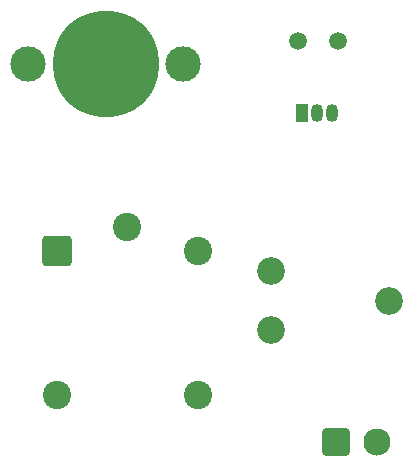
<source format=gbr>
%TF.GenerationSoftware,KiCad,Pcbnew,9.0.3*%
%TF.CreationDate,2025-07-19T00:48:33+05:30*%
%TF.ProjectId,Project_1,50726f6a-6563-4745-9f31-2e6b69636164,rev?*%
%TF.SameCoordinates,Original*%
%TF.FileFunction,Soldermask,Top*%
%TF.FilePolarity,Negative*%
%FSLAX46Y46*%
G04 Gerber Fmt 4.6, Leading zero omitted, Abs format (unit mm)*
G04 Created by KiCad (PCBNEW 9.0.3) date 2025-07-19 00:48:33*
%MOMM*%
%LPD*%
G01*
G04 APERTURE LIST*
G04 Aperture macros list*
%AMRoundRect*
0 Rectangle with rounded corners*
0 $1 Rounding radius*
0 $2 $3 $4 $5 $6 $7 $8 $9 X,Y pos of 4 corners*
0 Add a 4 corners polygon primitive as box body*
4,1,4,$2,$3,$4,$5,$6,$7,$8,$9,$2,$3,0*
0 Add four circle primitives for the rounded corners*
1,1,$1+$1,$2,$3*
1,1,$1+$1,$4,$5*
1,1,$1+$1,$6,$7*
1,1,$1+$1,$8,$9*
0 Add four rect primitives between the rounded corners*
20,1,$1+$1,$2,$3,$4,$5,0*
20,1,$1+$1,$4,$5,$6,$7,0*
20,1,$1+$1,$6,$7,$8,$9,0*
20,1,$1+$1,$8,$9,$2,$3,0*%
G04 Aperture macros list end*
%ADD10C,2.340000*%
%ADD11C,1.500000*%
%ADD12R,1.050000X1.500000*%
%ADD13O,1.050000X1.500000*%
%ADD14C,2.400000*%
%ADD15RoundRect,0.250000X-1.000000X-1.000000X1.000000X-1.000000X1.000000X1.000000X-1.000000X1.000000X0*%
%ADD16RoundRect,0.250001X-0.899999X-0.899999X0.899999X-0.899999X0.899999X0.899999X-0.899999X0.899999X0*%
%ADD17C,2.300000*%
%ADD18C,3.000000*%
%ADD19C,9.000000*%
G04 APERTURE END LIST*
D10*
%TO.C,RV1*%
X133500000Y-82495000D03*
X143500000Y-79995000D03*
X133500000Y-77495000D03*
%TD*%
D11*
%TO.C,R1*%
X135800000Y-58000000D03*
X139200000Y-58000000D03*
%TD*%
D12*
%TO.C,Q1*%
X136130000Y-64130000D03*
D13*
X137400000Y-64130000D03*
X138670000Y-64130000D03*
%TD*%
D14*
%TO.C,K1*%
X121355000Y-73790000D03*
X127355000Y-87990000D03*
X115355000Y-87990000D03*
D15*
X115355000Y-75790000D03*
D14*
X127355000Y-75790000D03*
%TD*%
D16*
%TO.C,J1*%
X139000000Y-92000000D03*
D17*
X142500000Y-92000000D03*
%TD*%
D18*
%TO.C,BT1*%
X126100000Y-60000000D03*
X112900000Y-60000000D03*
D19*
X119500000Y-60000000D03*
%TD*%
M02*

</source>
